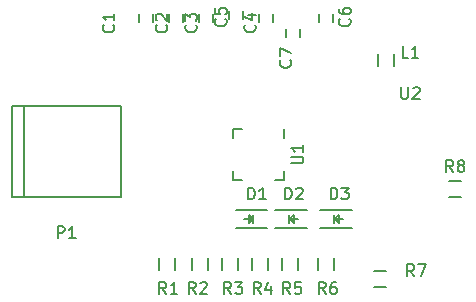
<source format=gto>
G04 #@! TF.FileFunction,Legend,Top*
%FSLAX46Y46*%
G04 Gerber Fmt 4.6, Leading zero omitted, Abs format (unit mm)*
G04 Created by KiCad (PCBNEW 4.0.0-rc1-stable) date 11/30/2015 8:18:10 PM*
%MOMM*%
G01*
G04 APERTURE LIST*
%ADD10C,0.100000*%
%ADD11C,0.150000*%
G04 APERTURE END LIST*
D10*
D11*
X121765000Y-105910000D02*
X121765000Y-104910000D01*
X123115000Y-104910000D02*
X123115000Y-105910000D01*
X120050000Y-84920000D02*
X120050000Y-84220000D01*
X121250000Y-84220000D02*
X121250000Y-84920000D01*
X122590000Y-84920000D02*
X122590000Y-84220000D01*
X123790000Y-84220000D02*
X123790000Y-84920000D01*
X125130000Y-84920000D02*
X125130000Y-84220000D01*
X126330000Y-84220000D02*
X126330000Y-84920000D01*
X141645000Y-87650000D02*
X141645000Y-88650000D01*
X140295000Y-88650000D02*
X140295000Y-87650000D01*
X131529020Y-102350000D02*
X134229020Y-102350000D01*
X131529020Y-100850000D02*
X134229020Y-100850000D01*
X133029020Y-101750000D02*
X133029020Y-101500000D01*
X133029020Y-101500000D02*
X132879020Y-101650000D01*
X132779020Y-101250000D02*
X132779020Y-101950000D01*
X133129020Y-101600000D02*
X133479020Y-101600000D01*
X132779020Y-101600000D02*
X133129020Y-101250000D01*
X133129020Y-101250000D02*
X133129020Y-101950000D01*
X133129020Y-101950000D02*
X132779020Y-101600000D01*
X135339020Y-102350000D02*
X138039020Y-102350000D01*
X135339020Y-100850000D02*
X138039020Y-100850000D01*
X136839020Y-101750000D02*
X136839020Y-101500000D01*
X136839020Y-101500000D02*
X136689020Y-101650000D01*
X136589020Y-101250000D02*
X136589020Y-101950000D01*
X136939020Y-101600000D02*
X137289020Y-101600000D01*
X136589020Y-101600000D02*
X136939020Y-101250000D01*
X136939020Y-101250000D02*
X136939020Y-101950000D01*
X136939020Y-101950000D02*
X136589020Y-101600000D01*
X135290000Y-84920000D02*
X135290000Y-84220000D01*
X136490000Y-84220000D02*
X136490000Y-84920000D01*
X127670000Y-84690000D02*
X127670000Y-83990000D01*
X128870000Y-83990000D02*
X128870000Y-84690000D01*
X130210000Y-84920000D02*
X130210000Y-84220000D01*
X131410000Y-84220000D02*
X131410000Y-84920000D01*
X130919020Y-100850000D02*
X128219020Y-100850000D01*
X130919020Y-102350000D02*
X128219020Y-102350000D01*
X129419020Y-101450000D02*
X129419020Y-101700000D01*
X129419020Y-101700000D02*
X129569020Y-101550000D01*
X129669020Y-101950000D02*
X129669020Y-101250000D01*
X129319020Y-101600000D02*
X128969020Y-101600000D01*
X129669020Y-101600000D02*
X129319020Y-101950000D01*
X129319020Y-101950000D02*
X129319020Y-101250000D01*
X129319020Y-101250000D02*
X129669020Y-101600000D01*
X124535000Y-105910000D02*
X124535000Y-104910000D01*
X125885000Y-104910000D02*
X125885000Y-105910000D01*
X128425000Y-104910000D02*
X128425000Y-105910000D01*
X127075000Y-105910000D02*
X127075000Y-104910000D01*
X130965000Y-104910000D02*
X130965000Y-105910000D01*
X129615000Y-105910000D02*
X129615000Y-104910000D01*
X133505000Y-104910000D02*
X133505000Y-105910000D01*
X132155000Y-105910000D02*
X132155000Y-104910000D01*
X136565000Y-104910000D02*
X136565000Y-105910000D01*
X135215000Y-105910000D02*
X135215000Y-104910000D01*
X139950000Y-106005000D02*
X140950000Y-106005000D01*
X140950000Y-107355000D02*
X139950000Y-107355000D01*
X132496000Y-86214000D02*
X132496000Y-85514000D01*
X133696000Y-85514000D02*
X133696000Y-86214000D01*
X147300000Y-99735000D02*
X146300000Y-99735000D01*
X146300000Y-98385000D02*
X147300000Y-98385000D01*
X110309660Y-92029280D02*
X110309660Y-99730560D01*
X109308900Y-92029280D02*
X109308900Y-99730560D01*
X109308900Y-99730560D02*
X118508780Y-99730560D01*
X118508780Y-99730560D02*
X118508780Y-92029280D01*
X118508780Y-92029280D02*
X109308900Y-92029280D01*
X132315000Y-98299000D02*
X131540000Y-98299000D01*
X128015000Y-93999000D02*
X128790000Y-93999000D01*
X128015000Y-98299000D02*
X128790000Y-98299000D01*
X132315000Y-93999000D02*
X132315000Y-94774000D01*
X128015000Y-93999000D02*
X128015000Y-94774000D01*
X128015000Y-98299000D02*
X128015000Y-97524000D01*
X132315000Y-98299000D02*
X132315000Y-97524000D01*
X122333334Y-107952381D02*
X122000000Y-107476190D01*
X121761905Y-107952381D02*
X121761905Y-106952381D01*
X122142858Y-106952381D01*
X122238096Y-107000000D01*
X122285715Y-107047619D01*
X122333334Y-107142857D01*
X122333334Y-107285714D01*
X122285715Y-107380952D01*
X122238096Y-107428571D01*
X122142858Y-107476190D01*
X121761905Y-107476190D01*
X123285715Y-107952381D02*
X122714286Y-107952381D01*
X123000000Y-107952381D02*
X123000000Y-106952381D01*
X122904762Y-107095238D01*
X122809524Y-107190476D01*
X122714286Y-107238095D01*
X117857143Y-85166666D02*
X117904762Y-85214285D01*
X117952381Y-85357142D01*
X117952381Y-85452380D01*
X117904762Y-85595238D01*
X117809524Y-85690476D01*
X117714286Y-85738095D01*
X117523810Y-85785714D01*
X117380952Y-85785714D01*
X117190476Y-85738095D01*
X117095238Y-85690476D01*
X117000000Y-85595238D01*
X116952381Y-85452380D01*
X116952381Y-85357142D01*
X117000000Y-85214285D01*
X117047619Y-85166666D01*
X117952381Y-84214285D02*
X117952381Y-84785714D01*
X117952381Y-84500000D02*
X116952381Y-84500000D01*
X117095238Y-84595238D01*
X117190476Y-84690476D01*
X117238095Y-84785714D01*
X122357143Y-85166666D02*
X122404762Y-85214285D01*
X122452381Y-85357142D01*
X122452381Y-85452380D01*
X122404762Y-85595238D01*
X122309524Y-85690476D01*
X122214286Y-85738095D01*
X122023810Y-85785714D01*
X121880952Y-85785714D01*
X121690476Y-85738095D01*
X121595238Y-85690476D01*
X121500000Y-85595238D01*
X121452381Y-85452380D01*
X121452381Y-85357142D01*
X121500000Y-85214285D01*
X121547619Y-85166666D01*
X121547619Y-84785714D02*
X121500000Y-84738095D01*
X121452381Y-84642857D01*
X121452381Y-84404761D01*
X121500000Y-84309523D01*
X121547619Y-84261904D01*
X121642857Y-84214285D01*
X121738095Y-84214285D01*
X121880952Y-84261904D01*
X122452381Y-84833333D01*
X122452381Y-84214285D01*
X124857143Y-85166666D02*
X124904762Y-85214285D01*
X124952381Y-85357142D01*
X124952381Y-85452380D01*
X124904762Y-85595238D01*
X124809524Y-85690476D01*
X124714286Y-85738095D01*
X124523810Y-85785714D01*
X124380952Y-85785714D01*
X124190476Y-85738095D01*
X124095238Y-85690476D01*
X124000000Y-85595238D01*
X123952381Y-85452380D01*
X123952381Y-85357142D01*
X124000000Y-85214285D01*
X124047619Y-85166666D01*
X123952381Y-84833333D02*
X123952381Y-84214285D01*
X124333333Y-84547619D01*
X124333333Y-84404761D01*
X124380952Y-84309523D01*
X124428571Y-84261904D01*
X124523810Y-84214285D01*
X124761905Y-84214285D01*
X124857143Y-84261904D01*
X124904762Y-84309523D01*
X124952381Y-84404761D01*
X124952381Y-84690476D01*
X124904762Y-84785714D01*
X124857143Y-84833333D01*
X142833334Y-87952381D02*
X142357143Y-87952381D01*
X142357143Y-86952381D01*
X143690477Y-87952381D02*
X143119048Y-87952381D01*
X143404762Y-87952381D02*
X143404762Y-86952381D01*
X143309524Y-87095238D01*
X143214286Y-87190476D01*
X143119048Y-87238095D01*
X132390925Y-99952381D02*
X132390925Y-98952381D01*
X132629020Y-98952381D01*
X132771878Y-99000000D01*
X132867116Y-99095238D01*
X132914735Y-99190476D01*
X132962354Y-99380952D01*
X132962354Y-99523810D01*
X132914735Y-99714286D01*
X132867116Y-99809524D01*
X132771878Y-99904762D01*
X132629020Y-99952381D01*
X132390925Y-99952381D01*
X133343306Y-99047619D02*
X133390925Y-99000000D01*
X133486163Y-98952381D01*
X133724259Y-98952381D01*
X133819497Y-99000000D01*
X133867116Y-99047619D01*
X133914735Y-99142857D01*
X133914735Y-99238095D01*
X133867116Y-99380952D01*
X133295687Y-99952381D01*
X133914735Y-99952381D01*
X136261905Y-99952381D02*
X136261905Y-98952381D01*
X136500000Y-98952381D01*
X136642858Y-99000000D01*
X136738096Y-99095238D01*
X136785715Y-99190476D01*
X136833334Y-99380952D01*
X136833334Y-99523810D01*
X136785715Y-99714286D01*
X136738096Y-99809524D01*
X136642858Y-99904762D01*
X136500000Y-99952381D01*
X136261905Y-99952381D01*
X137166667Y-98952381D02*
X137785715Y-98952381D01*
X137452381Y-99333333D01*
X137595239Y-99333333D01*
X137690477Y-99380952D01*
X137738096Y-99428571D01*
X137785715Y-99523810D01*
X137785715Y-99761905D01*
X137738096Y-99857143D01*
X137690477Y-99904762D01*
X137595239Y-99952381D01*
X137309524Y-99952381D01*
X137214286Y-99904762D01*
X137166667Y-99857143D01*
X137857143Y-84666666D02*
X137904762Y-84714285D01*
X137952381Y-84857142D01*
X137952381Y-84952380D01*
X137904762Y-85095238D01*
X137809524Y-85190476D01*
X137714286Y-85238095D01*
X137523810Y-85285714D01*
X137380952Y-85285714D01*
X137190476Y-85238095D01*
X137095238Y-85190476D01*
X137000000Y-85095238D01*
X136952381Y-84952380D01*
X136952381Y-84857142D01*
X137000000Y-84714285D01*
X137047619Y-84666666D01*
X136952381Y-83809523D02*
X136952381Y-84000000D01*
X137000000Y-84095238D01*
X137047619Y-84142857D01*
X137190476Y-84238095D01*
X137380952Y-84285714D01*
X137761905Y-84285714D01*
X137857143Y-84238095D01*
X137904762Y-84190476D01*
X137952381Y-84095238D01*
X137952381Y-83904761D01*
X137904762Y-83809523D01*
X137857143Y-83761904D01*
X137761905Y-83714285D01*
X137523810Y-83714285D01*
X137428571Y-83761904D01*
X137380952Y-83809523D01*
X137333333Y-83904761D01*
X137333333Y-84095238D01*
X137380952Y-84190476D01*
X137428571Y-84238095D01*
X137523810Y-84285714D01*
X127357143Y-84666666D02*
X127404762Y-84714285D01*
X127452381Y-84857142D01*
X127452381Y-84952380D01*
X127404762Y-85095238D01*
X127309524Y-85190476D01*
X127214286Y-85238095D01*
X127023810Y-85285714D01*
X126880952Y-85285714D01*
X126690476Y-85238095D01*
X126595238Y-85190476D01*
X126500000Y-85095238D01*
X126452381Y-84952380D01*
X126452381Y-84857142D01*
X126500000Y-84714285D01*
X126547619Y-84666666D01*
X126452381Y-83761904D02*
X126452381Y-84238095D01*
X126928571Y-84285714D01*
X126880952Y-84238095D01*
X126833333Y-84142857D01*
X126833333Y-83904761D01*
X126880952Y-83809523D01*
X126928571Y-83761904D01*
X127023810Y-83714285D01*
X127261905Y-83714285D01*
X127357143Y-83761904D01*
X127404762Y-83809523D01*
X127452381Y-83904761D01*
X127452381Y-84142857D01*
X127404762Y-84238095D01*
X127357143Y-84285714D01*
X129857143Y-85166666D02*
X129904762Y-85214285D01*
X129952381Y-85357142D01*
X129952381Y-85452380D01*
X129904762Y-85595238D01*
X129809524Y-85690476D01*
X129714286Y-85738095D01*
X129523810Y-85785714D01*
X129380952Y-85785714D01*
X129190476Y-85738095D01*
X129095238Y-85690476D01*
X129000000Y-85595238D01*
X128952381Y-85452380D01*
X128952381Y-85357142D01*
X129000000Y-85214285D01*
X129047619Y-85166666D01*
X129285714Y-84309523D02*
X129952381Y-84309523D01*
X128904762Y-84547619D02*
X129619048Y-84785714D01*
X129619048Y-84166666D01*
X129261905Y-99952381D02*
X129261905Y-98952381D01*
X129500000Y-98952381D01*
X129642858Y-99000000D01*
X129738096Y-99095238D01*
X129785715Y-99190476D01*
X129833334Y-99380952D01*
X129833334Y-99523810D01*
X129785715Y-99714286D01*
X129738096Y-99809524D01*
X129642858Y-99904762D01*
X129500000Y-99952381D01*
X129261905Y-99952381D01*
X130785715Y-99952381D02*
X130214286Y-99952381D01*
X130500000Y-99952381D02*
X130500000Y-98952381D01*
X130404762Y-99095238D01*
X130309524Y-99190476D01*
X130214286Y-99238095D01*
X124833334Y-107952381D02*
X124500000Y-107476190D01*
X124261905Y-107952381D02*
X124261905Y-106952381D01*
X124642858Y-106952381D01*
X124738096Y-107000000D01*
X124785715Y-107047619D01*
X124833334Y-107142857D01*
X124833334Y-107285714D01*
X124785715Y-107380952D01*
X124738096Y-107428571D01*
X124642858Y-107476190D01*
X124261905Y-107476190D01*
X125214286Y-107047619D02*
X125261905Y-107000000D01*
X125357143Y-106952381D01*
X125595239Y-106952381D01*
X125690477Y-107000000D01*
X125738096Y-107047619D01*
X125785715Y-107142857D01*
X125785715Y-107238095D01*
X125738096Y-107380952D01*
X125166667Y-107952381D01*
X125785715Y-107952381D01*
X127833334Y-107952381D02*
X127500000Y-107476190D01*
X127261905Y-107952381D02*
X127261905Y-106952381D01*
X127642858Y-106952381D01*
X127738096Y-107000000D01*
X127785715Y-107047619D01*
X127833334Y-107142857D01*
X127833334Y-107285714D01*
X127785715Y-107380952D01*
X127738096Y-107428571D01*
X127642858Y-107476190D01*
X127261905Y-107476190D01*
X128166667Y-106952381D02*
X128785715Y-106952381D01*
X128452381Y-107333333D01*
X128595239Y-107333333D01*
X128690477Y-107380952D01*
X128738096Y-107428571D01*
X128785715Y-107523810D01*
X128785715Y-107761905D01*
X128738096Y-107857143D01*
X128690477Y-107904762D01*
X128595239Y-107952381D01*
X128309524Y-107952381D01*
X128214286Y-107904762D01*
X128166667Y-107857143D01*
X130333334Y-107952381D02*
X130000000Y-107476190D01*
X129761905Y-107952381D02*
X129761905Y-106952381D01*
X130142858Y-106952381D01*
X130238096Y-107000000D01*
X130285715Y-107047619D01*
X130333334Y-107142857D01*
X130333334Y-107285714D01*
X130285715Y-107380952D01*
X130238096Y-107428571D01*
X130142858Y-107476190D01*
X129761905Y-107476190D01*
X131190477Y-107285714D02*
X131190477Y-107952381D01*
X130952381Y-106904762D02*
X130714286Y-107619048D01*
X131333334Y-107619048D01*
X132833334Y-107952381D02*
X132500000Y-107476190D01*
X132261905Y-107952381D02*
X132261905Y-106952381D01*
X132642858Y-106952381D01*
X132738096Y-107000000D01*
X132785715Y-107047619D01*
X132833334Y-107142857D01*
X132833334Y-107285714D01*
X132785715Y-107380952D01*
X132738096Y-107428571D01*
X132642858Y-107476190D01*
X132261905Y-107476190D01*
X133738096Y-106952381D02*
X133261905Y-106952381D01*
X133214286Y-107428571D01*
X133261905Y-107380952D01*
X133357143Y-107333333D01*
X133595239Y-107333333D01*
X133690477Y-107380952D01*
X133738096Y-107428571D01*
X133785715Y-107523810D01*
X133785715Y-107761905D01*
X133738096Y-107857143D01*
X133690477Y-107904762D01*
X133595239Y-107952381D01*
X133357143Y-107952381D01*
X133261905Y-107904762D01*
X133214286Y-107857143D01*
X135833334Y-107952381D02*
X135500000Y-107476190D01*
X135261905Y-107952381D02*
X135261905Y-106952381D01*
X135642858Y-106952381D01*
X135738096Y-107000000D01*
X135785715Y-107047619D01*
X135833334Y-107142857D01*
X135833334Y-107285714D01*
X135785715Y-107380952D01*
X135738096Y-107428571D01*
X135642858Y-107476190D01*
X135261905Y-107476190D01*
X136690477Y-106952381D02*
X136500000Y-106952381D01*
X136404762Y-107000000D01*
X136357143Y-107047619D01*
X136261905Y-107190476D01*
X136214286Y-107380952D01*
X136214286Y-107761905D01*
X136261905Y-107857143D01*
X136309524Y-107904762D01*
X136404762Y-107952381D01*
X136595239Y-107952381D01*
X136690477Y-107904762D01*
X136738096Y-107857143D01*
X136785715Y-107761905D01*
X136785715Y-107523810D01*
X136738096Y-107428571D01*
X136690477Y-107380952D01*
X136595239Y-107333333D01*
X136404762Y-107333333D01*
X136309524Y-107380952D01*
X136261905Y-107428571D01*
X136214286Y-107523810D01*
X143333334Y-106452381D02*
X143000000Y-105976190D01*
X142761905Y-106452381D02*
X142761905Y-105452381D01*
X143142858Y-105452381D01*
X143238096Y-105500000D01*
X143285715Y-105547619D01*
X143333334Y-105642857D01*
X143333334Y-105785714D01*
X143285715Y-105880952D01*
X143238096Y-105928571D01*
X143142858Y-105976190D01*
X142761905Y-105976190D01*
X143666667Y-105452381D02*
X144333334Y-105452381D01*
X143904762Y-106452381D01*
X132857143Y-88166666D02*
X132904762Y-88214285D01*
X132952381Y-88357142D01*
X132952381Y-88452380D01*
X132904762Y-88595238D01*
X132809524Y-88690476D01*
X132714286Y-88738095D01*
X132523810Y-88785714D01*
X132380952Y-88785714D01*
X132190476Y-88738095D01*
X132095238Y-88690476D01*
X132000000Y-88595238D01*
X131952381Y-88452380D01*
X131952381Y-88357142D01*
X132000000Y-88214285D01*
X132047619Y-88166666D01*
X131952381Y-87833333D02*
X131952381Y-87166666D01*
X132952381Y-87595238D01*
X146633334Y-97612381D02*
X146300000Y-97136190D01*
X146061905Y-97612381D02*
X146061905Y-96612381D01*
X146442858Y-96612381D01*
X146538096Y-96660000D01*
X146585715Y-96707619D01*
X146633334Y-96802857D01*
X146633334Y-96945714D01*
X146585715Y-97040952D01*
X146538096Y-97088571D01*
X146442858Y-97136190D01*
X146061905Y-97136190D01*
X147204762Y-97040952D02*
X147109524Y-96993333D01*
X147061905Y-96945714D01*
X147014286Y-96850476D01*
X147014286Y-96802857D01*
X147061905Y-96707619D01*
X147109524Y-96660000D01*
X147204762Y-96612381D01*
X147395239Y-96612381D01*
X147490477Y-96660000D01*
X147538096Y-96707619D01*
X147585715Y-96802857D01*
X147585715Y-96850476D01*
X147538096Y-96945714D01*
X147490477Y-96993333D01*
X147395239Y-97040952D01*
X147204762Y-97040952D01*
X147109524Y-97088571D01*
X147061905Y-97136190D01*
X147014286Y-97231429D01*
X147014286Y-97421905D01*
X147061905Y-97517143D01*
X147109524Y-97564762D01*
X147204762Y-97612381D01*
X147395239Y-97612381D01*
X147490477Y-97564762D01*
X147538096Y-97517143D01*
X147585715Y-97421905D01*
X147585715Y-97231429D01*
X147538096Y-97136190D01*
X147490477Y-97088571D01*
X147395239Y-97040952D01*
X142238095Y-90452381D02*
X142238095Y-91261905D01*
X142285714Y-91357143D01*
X142333333Y-91404762D01*
X142428571Y-91452381D01*
X142619048Y-91452381D01*
X142714286Y-91404762D01*
X142761905Y-91357143D01*
X142809524Y-91261905D01*
X142809524Y-90452381D01*
X143238095Y-90547619D02*
X143285714Y-90500000D01*
X143380952Y-90452381D01*
X143619048Y-90452381D01*
X143714286Y-90500000D01*
X143761905Y-90547619D01*
X143809524Y-90642857D01*
X143809524Y-90738095D01*
X143761905Y-90880952D01*
X143190476Y-91452381D01*
X143809524Y-91452381D01*
X113170745Y-103233481D02*
X113170745Y-102233481D01*
X113551698Y-102233481D01*
X113646936Y-102281100D01*
X113694555Y-102328719D01*
X113742174Y-102423957D01*
X113742174Y-102566814D01*
X113694555Y-102662052D01*
X113646936Y-102709671D01*
X113551698Y-102757290D01*
X113170745Y-102757290D01*
X114694555Y-103233481D02*
X114123126Y-103233481D01*
X114408840Y-103233481D02*
X114408840Y-102233481D01*
X114313602Y-102376338D01*
X114218364Y-102471576D01*
X114123126Y-102519195D01*
X132947381Y-96910905D02*
X133756905Y-96910905D01*
X133852143Y-96863286D01*
X133899762Y-96815667D01*
X133947381Y-96720429D01*
X133947381Y-96529952D01*
X133899762Y-96434714D01*
X133852143Y-96387095D01*
X133756905Y-96339476D01*
X132947381Y-96339476D01*
X133947381Y-95339476D02*
X133947381Y-95910905D01*
X133947381Y-95625191D02*
X132947381Y-95625191D01*
X133090238Y-95720429D01*
X133185476Y-95815667D01*
X133233095Y-95910905D01*
M02*

</source>
